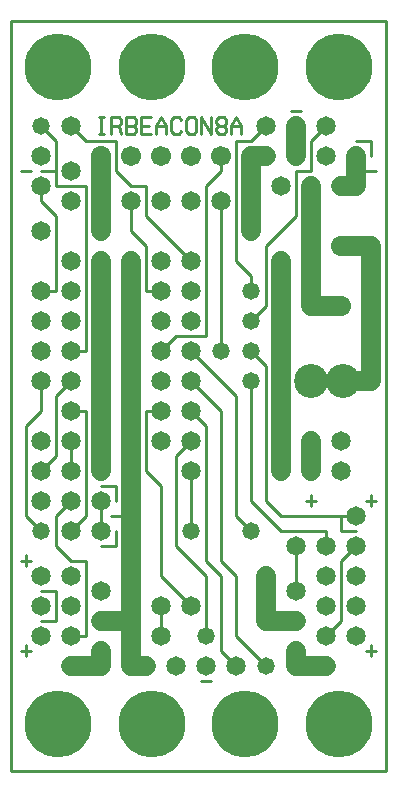
<source format=gtl>
%MOIN*%
%FSLAX25Y25*%
G04 D10 used for Character Trace; *
G04     Circle (OD=.01000) (No hole)*
G04 D11 used for Power Trace; *
G04     Circle (OD=.06700) (No hole)*
G04 D12 used for Signal Trace; *
G04     Circle (OD=.01100) (No hole)*
G04 D13 used for Via; *
G04     Circle (OD=.05800) (Round. Hole ID=.02800)*
G04 D14 used for Component hole; *
G04     Circle (OD=.06500) (Round. Hole ID=.03500)*
G04 D15 used for Component hole; *
G04     Circle (OD=.06700) (Round. Hole ID=.04300)*
G04 D16 used for Component hole; *
G04     Circle (OD=.08100) (Round. Hole ID=.05100)*
G04 D17 used for Component hole; *
G04     Circle (OD=.08900) (Round. Hole ID=.05900)*
G04 D18 used for Component hole; *
G04     Circle (OD=.11300) (Round. Hole ID=.08300)*
G04 D19 used for Component hole; *
G04     Circle (OD=.16000) (Round. Hole ID=.13000)*
G04 D20 used for Component hole; *
G04     Circle (OD=.18300) (Round. Hole ID=.15300)*
G04 D21 used for Component hole; *
G04     Circle (OD=.22291) (Round. Hole ID=.19291)*
%ADD10C,.01000*%
%ADD11C,.06700*%
%ADD12C,.01100*%
%ADD13C,.05800*%
%ADD14C,.06500*%
%ADD15C,.06700*%
%ADD16C,.08100*%
%ADD17C,.08900*%
%ADD18C,.11300*%
%ADD19C,.16000*%
%ADD20C,.18300*%
%ADD21C,.22291*%
%IPPOS*%
%LPD*%
G90*X0Y0D02*D21*X15625Y15625D03*D11*              
X20000Y35000D02*X30000D01*D14*X20000D03*          
X10000Y45000D03*D12*X20000D02*X25000D01*D14*      
X20000D03*D12*X10000Y50000D02*X15000D01*Y60000D01*
X10000D01*D14*Y65000D03*Y55000D03*D12*            
X20000Y70000D02*X25000D01*Y45000D01*D14*          
X30000Y40000D03*D11*Y35000D01*X40000D02*X45000D01*
D14*D03*D11*X40000D02*Y50000D01*X30000D01*D14*D03*
X20000Y55000D03*D11*X40000Y50000D02*Y65000D01*D13*
D03*D11*Y90000D01*D13*D03*D11*Y170000D01*D13*D03* 
D12*X45000Y160000D02*Y175000D01*Y160000D02*       
X50000D01*D14*D03*X60000Y150000D03*Y170000D03*D12*
X45000Y185000D01*Y195000D01*X40000D01*            
X35000Y200000D01*Y210000D01*X25000D01*            
X20000Y215000D01*D14*D03*D12*X15000Y200000D02*    
Y210000D01*Y195000D02*Y200000D01*Y195000D02*      
X25000D01*Y140000D01*X20000D01*D14*D03*           
X10000Y150000D03*Y130000D03*D12*Y120000D01*       
X5000Y115000D01*Y85000D01*X10000Y80000D01*D13*D03*
D12*X20000Y70000D02*X15000Y75000D01*Y85000D01*    
X20000Y90000D01*D14*D03*D12*Y80000D02*            
X25000Y85000D01*D14*X20000Y80000D03*D12*          
X25000Y85000D02*Y120000D01*X20000D01*D14*D03*D12* 
X15000Y105000D02*Y125000D01*X10000Y100000D02*     
X15000Y105000D01*D14*X10000Y100000D03*            
X20000Y110000D03*D12*Y100000D01*D14*D03*          
X30000Y90000D03*D12*Y80000D01*D14*D03*D12*        
Y75000D02*X35000D01*Y80000D01*D10*X33326Y85000D02*
X36674D01*D12*X60000Y55000D02*X50000Y65000D01*D14*
X60000Y55000D03*D12*X70000Y40000D02*Y65000D01*    
X75000Y35000D02*X70000Y40000D01*D14*              
X75000Y35000D03*D13*X65000Y45000D03*D12*Y65000D01*
X55000Y75000D01*Y105000D01*X60000Y110000D01*D14*  
D03*D12*X65000Y70000D02*Y115000D01*               
X70000Y65000D02*X65000Y70000D01*X75000Y45000D02*  
Y65000D01*X85000Y35000D02*X75000Y45000D01*D13*    
X85000Y35000D03*D11*X95000D02*X105000D01*D14*D03* 
X115000Y45000D03*X95000Y40000D03*D11*Y35000D01*   
D14*X105000Y45000D03*D12*X110000Y50000D01*        
Y70000D01*X115000Y75000D01*D14*D03*D12*           
X110000Y80000D02*X115000D01*X110000D02*Y85000D01* 
D14*X115000D03*D12*X110000D01*X90000D01*          
X85000Y90000D01*Y135000D01*X80000Y140000D01*D13*  
D03*D14*X90000Y130000D03*D11*Y120000D01*D14*D03*  
D11*Y110000D01*D14*D03*D11*Y100000D01*D14*D03*D10*
X98326Y90000D02*X101674D01*X100000Y91914D02*      
Y88086D01*D14*Y110000D03*D11*Y100000D01*D14*D03*  
X110000Y110000D03*Y100000D03*D13*X80000Y80000D03* 
D12*X75000Y85000D01*Y125000D01*X60000Y140000D01*  
D14*D03*D12*X55000Y145000D02*X65000D01*           
X50000Y140000D02*X55000Y145000D01*D14*            
X50000Y140000D03*X60000Y130000D03*D12*            
X70000Y120000D01*Y70000D01*X75000Y65000D01*D13*   
X85000D03*D11*Y50000D01*X95000D01*D14*D03*        
Y60000D03*D12*Y75000D01*D14*D03*D12*              
X90000Y80000D02*X105000D01*Y75000D01*D14*D03*     
X115000Y65000D03*X105000D03*D10*X118326Y90000D02* 
X121674D01*X120000Y91914D02*Y88086D01*D12*        
X90000Y80000D02*X80000Y90000D01*Y130000D01*D13*   
D03*D14*X90000Y140000D03*D11*Y130000D01*D18*      
X100000D03*D11*X90000Y140000D02*Y150000D01*D14*   
D03*D11*Y160000D01*D14*D03*D11*Y170000D01*D14*D03*
D12*X85000Y155000D02*Y175000D01*X80000Y150000D02* 
X85000Y155000D01*D13*X80000Y150000D03*            
X70000Y140000D03*D12*Y190000D01*D14*D03*D12*      
X65000Y145000D02*Y195000D01*D13*X80000Y160000D03* 
D12*Y165000D01*X75000Y170000D01*Y210000D01*       
X80000D01*X85000Y215000D01*D14*D03*               
X95000Y205000D03*D11*Y215000D01*D14*D03*D12*      
X100000Y200000D02*Y210000D01*X95000Y200000D02*    
X100000D01*X95000Y185000D02*Y200000D01*           
X85000Y175000D02*X95000Y185000D01*D13*            
X80000Y180000D03*D11*Y205000D01*X85000D01*D14*D03*
X90000Y195000D03*X100000D03*D11*Y180000D01*D13*   
D03*D11*Y155000D01*X110000D01*D15*D03*D11*        
X120000Y130000D02*Y175000D01*X110500Y130000D02*   
X120000D01*D18*X110500D03*D11*X110000Y175000D02*  
X120000D01*D15*X110000D03*D11*Y195000D02*         
X115000D01*D14*X110000D03*D11*X115000D02*         
Y205000D01*D14*D03*D10*X118326Y200000D02*         
X121674D01*D12*X120000Y205000D02*Y210000D01*      
X115000D01*D14*X105000Y215000D03*D12*             
X100000Y210000D01*D14*X105000Y205000D03*D10*      
X93326Y220000D02*X96674D01*D21*X109375Y234375D03* 
X78125D03*D15*X70000Y205000D03*D12*Y200000D01*    
X65000Y195000D01*D14*X60000Y190000D03*D15*        
Y205000D03*X50000D03*D14*Y190000D03*D12*          
X45000Y175000D02*X40000Y180000D01*Y190000D01*D14* 
D03*D11*X30000Y180000D02*Y200000D01*D14*          
Y180000D03*X20000Y190000D03*Y170000D03*D13*       
X30000D03*D11*Y115000D01*D13*D03*D11*Y100000D01*  
D14*D03*D12*X35000Y90000D02*Y95000D01*X30000D01*  
X50000D02*X45000Y100000D01*X50000Y65000D02*       
Y95000D01*D14*Y55000D03*D12*Y45000D01*D14*D03*    
X55000Y35000D03*D10*X63326Y30000D02*X66674D01*D14*
X65000Y35000D03*X30000Y60000D03*D21*              
X78125Y15625D03*D14*X20000Y65000D03*D21*          
X46875Y15625D03*D13*X60000Y80000D03*D12*          
Y100000D01*D14*D03*X50000Y110000D03*D12*          
X65000Y115000D02*X60000Y120000D01*D14*D03*        
X50000Y130000D03*Y120000D03*D12*X45000D01*        
Y100000D01*X15000Y125000D02*X20000Y130000D01*D14* 
D03*X10000Y140000D03*Y110000D03*X20000Y150000D03* 
Y160000D03*D12*X10000D02*X15000D01*D14*X10000D03* 
D12*X15000D02*Y185000D01*X10000Y190000D01*        
Y195000D01*D14*D03*D12*Y200000D02*X15000D01*D14*  
X10000Y205000D03*D10*X3326Y200000D02*X6674D01*D12*
X15000Y210000D02*X10000Y215000D01*D13*D03*D14*    
X20000Y200000D03*D11*X30000D02*Y205000D01*D15*D03*
D12*Y200000D01*D15*X40000Y205000D03*D10*          
X30000Y212129D02*Y217871D01*X29163Y212129D02*     
X30837D01*X29163Y217871D02*X30837D01*             
X33326Y212129D02*Y217871D01*X35837D01*            
X36674Y216914D01*Y215957D01*X35837Y215000D01*     
X33326D01*X35837D02*X36674Y212129D01*X38326D02*   
Y217871D01*X40837D01*X41674Y216914D01*Y215957D01* 
X40837Y215000D01*X41674Y214043D01*Y213086D01*     
X40837Y212129D01*X38326D01*Y215000D02*X40837D01*  
X46674Y212129D02*X43326D01*Y217871D01*X46674D01*  
X43326Y215000D02*X45837D01*X48326Y212129D02*      
Y215000D01*X50000Y217871D01*X51674Y215000D01*     
Y212129D01*X48326Y215000D02*X51674D01*            
X56674Y213086D02*X55837Y212129D01*X54163D01*      
X53326Y213086D01*Y216914D01*X54163Y217871D01*     
X55837D01*X56674Y216914D01*X61674Y213086D02*      
X60837Y212129D01*X59163D01*X58326Y213086D01*      
Y216914D01*X59163Y217871D01*X60837D01*            
X61674Y216914D01*Y213086D01*X63326Y212129D02*     
Y217871D01*X66674Y212129D01*Y217871D01*           
X69163Y215000D02*X68326Y215957D01*Y216914D01*     
X69163Y217871D01*X70837D01*X71674Y216914D01*      
Y215957D01*X70837Y215000D01*X69163D01*            
X68326Y214043D01*Y213086D01*X69163Y212129D01*     
X70837D01*X71674Y213086D01*Y214043D01*            
X70837Y215000D01*X73326Y212129D02*Y215000D01*     
X75000Y217871D01*X76674Y215000D01*Y212129D01*     
X73326Y215000D02*X76674D01*D14*X10000Y180000D03*  
X50000Y170000D03*D21*X46875Y234375D03*X15625D03*  
D14*X60000Y160000D03*X50000Y150000D03*D12*X0Y0D02*
Y250000D01*Y0D02*X125000D01*Y250000D01*X0D01*D14* 
X10000Y90000D03*D10*X3326Y70000D02*X6674D01*      
X5000Y71914D02*Y68086D01*D14*X105000Y55000D03*    
X115000D03*D10*X3326Y40000D02*X6674D01*           
X5000Y41914D02*Y38086D01*X118326Y40000D02*        
X121674D01*X120000Y41914D02*Y38086D01*D21*        
X109375Y15625D03*M02*                             

</source>
